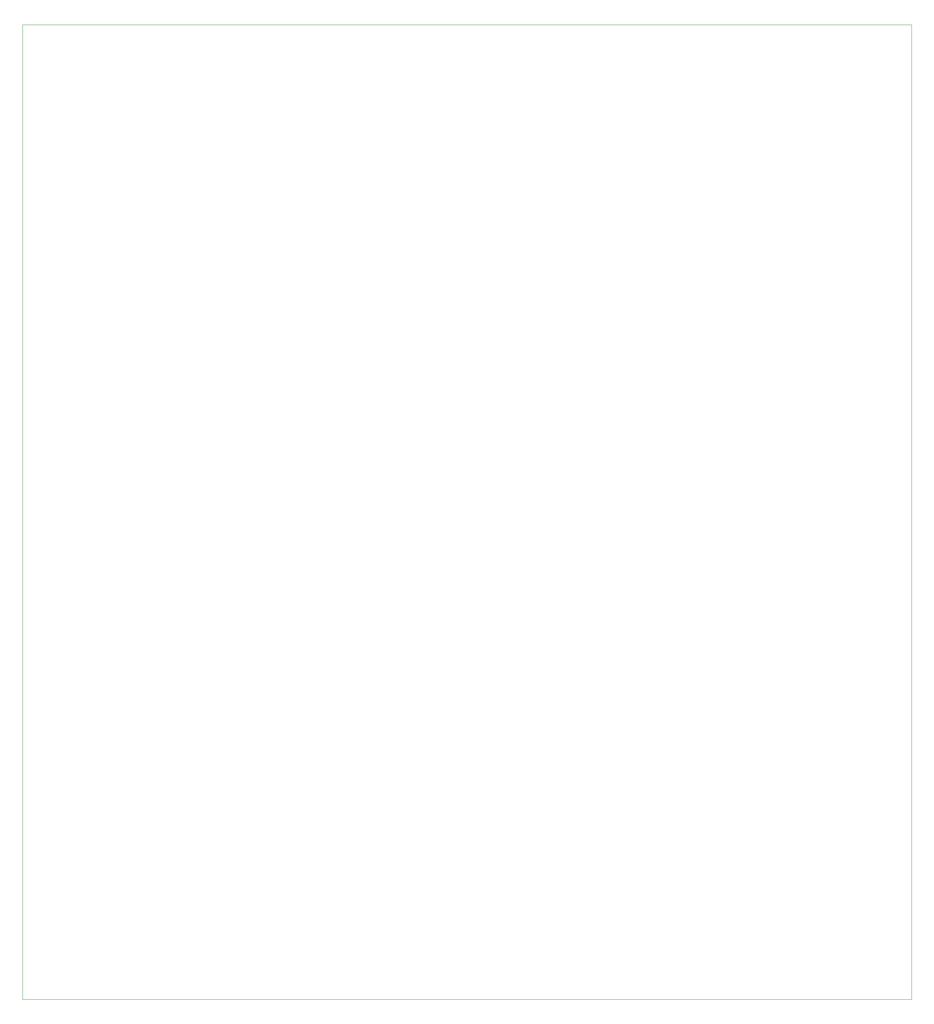
<source format=gm1>
%TF.GenerationSoftware,KiCad,Pcbnew,9.0.7*%
%TF.CreationDate,2026-02-17T01:20:27+05:30*%
%TF.ProjectId,design,64657369-676e-42e6-9b69-6361645f7063,rev?*%
%TF.SameCoordinates,Original*%
%TF.FileFunction,Profile,NP*%
%FSLAX46Y46*%
G04 Gerber Fmt 4.6, Leading zero omitted, Abs format (unit mm)*
G04 Created by KiCad (PCBNEW 9.0.7) date 2026-02-17 01:20:27*
%MOMM*%
%LPD*%
G01*
G04 APERTURE LIST*
%TA.AperFunction,Profile*%
%ADD10C,0.100000*%
%TD*%
G04 APERTURE END LIST*
D10*
X-33275000Y-268125000D02*
X-33275000Y-40651750D01*
X-33275000Y-40651750D02*
X174275000Y-40651750D01*
X174275000Y-268125000D02*
X-33275000Y-268125000D01*
X174275000Y-40651750D02*
X174275000Y-268125000D01*
M02*

</source>
